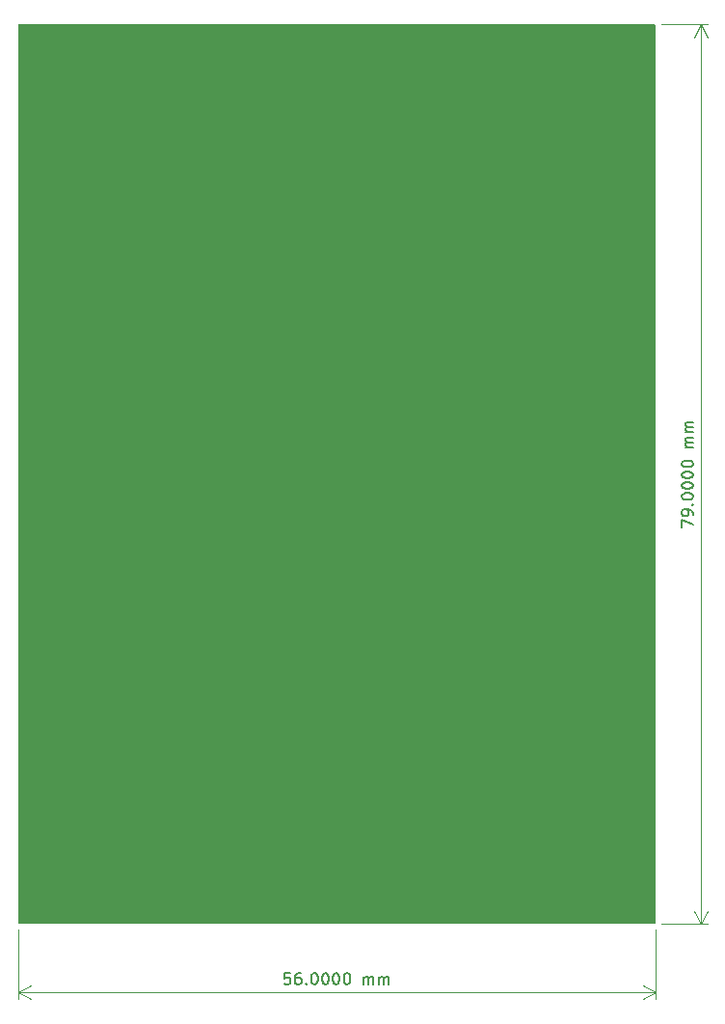
<source format=gbr>
%TF.GenerationSoftware,KiCad,Pcbnew,7.0.5*%
%TF.CreationDate,2023-12-19T17:12:36-05:00*%
%TF.ProjectId,biphasic_revision_b,62697068-6173-4696-935f-726576697369,rev?*%
%TF.SameCoordinates,Original*%
%TF.FileFunction,Profile,NP*%
%FSLAX46Y46*%
G04 Gerber Fmt 4.6, Leading zero omitted, Abs format (unit mm)*
G04 Created by KiCad (PCBNEW 7.0.5) date 2023-12-19 17:12:36*
%MOMM*%
%LPD*%
G01*
G04 APERTURE LIST*
%ADD10C,0.150000*%
%TA.AperFunction,Profile*%
%ADD11C,0.100000*%
%TD*%
G04 APERTURE END LIST*
D10*
X157904762Y-121304819D02*
X157428572Y-121304819D01*
X157428572Y-121304819D02*
X157380953Y-121781009D01*
X157380953Y-121781009D02*
X157428572Y-121733390D01*
X157428572Y-121733390D02*
X157523810Y-121685771D01*
X157523810Y-121685771D02*
X157761905Y-121685771D01*
X157761905Y-121685771D02*
X157857143Y-121733390D01*
X157857143Y-121733390D02*
X157904762Y-121781009D01*
X157904762Y-121781009D02*
X157952381Y-121876247D01*
X157952381Y-121876247D02*
X157952381Y-122114342D01*
X157952381Y-122114342D02*
X157904762Y-122209580D01*
X157904762Y-122209580D02*
X157857143Y-122257200D01*
X157857143Y-122257200D02*
X157761905Y-122304819D01*
X157761905Y-122304819D02*
X157523810Y-122304819D01*
X157523810Y-122304819D02*
X157428572Y-122257200D01*
X157428572Y-122257200D02*
X157380953Y-122209580D01*
X158809524Y-121304819D02*
X158619048Y-121304819D01*
X158619048Y-121304819D02*
X158523810Y-121352438D01*
X158523810Y-121352438D02*
X158476191Y-121400057D01*
X158476191Y-121400057D02*
X158380953Y-121542914D01*
X158380953Y-121542914D02*
X158333334Y-121733390D01*
X158333334Y-121733390D02*
X158333334Y-122114342D01*
X158333334Y-122114342D02*
X158380953Y-122209580D01*
X158380953Y-122209580D02*
X158428572Y-122257200D01*
X158428572Y-122257200D02*
X158523810Y-122304819D01*
X158523810Y-122304819D02*
X158714286Y-122304819D01*
X158714286Y-122304819D02*
X158809524Y-122257200D01*
X158809524Y-122257200D02*
X158857143Y-122209580D01*
X158857143Y-122209580D02*
X158904762Y-122114342D01*
X158904762Y-122114342D02*
X158904762Y-121876247D01*
X158904762Y-121876247D02*
X158857143Y-121781009D01*
X158857143Y-121781009D02*
X158809524Y-121733390D01*
X158809524Y-121733390D02*
X158714286Y-121685771D01*
X158714286Y-121685771D02*
X158523810Y-121685771D01*
X158523810Y-121685771D02*
X158428572Y-121733390D01*
X158428572Y-121733390D02*
X158380953Y-121781009D01*
X158380953Y-121781009D02*
X158333334Y-121876247D01*
X159333334Y-122209580D02*
X159380953Y-122257200D01*
X159380953Y-122257200D02*
X159333334Y-122304819D01*
X159333334Y-122304819D02*
X159285715Y-122257200D01*
X159285715Y-122257200D02*
X159333334Y-122209580D01*
X159333334Y-122209580D02*
X159333334Y-122304819D01*
X160000000Y-121304819D02*
X160095238Y-121304819D01*
X160095238Y-121304819D02*
X160190476Y-121352438D01*
X160190476Y-121352438D02*
X160238095Y-121400057D01*
X160238095Y-121400057D02*
X160285714Y-121495295D01*
X160285714Y-121495295D02*
X160333333Y-121685771D01*
X160333333Y-121685771D02*
X160333333Y-121923866D01*
X160333333Y-121923866D02*
X160285714Y-122114342D01*
X160285714Y-122114342D02*
X160238095Y-122209580D01*
X160238095Y-122209580D02*
X160190476Y-122257200D01*
X160190476Y-122257200D02*
X160095238Y-122304819D01*
X160095238Y-122304819D02*
X160000000Y-122304819D01*
X160000000Y-122304819D02*
X159904762Y-122257200D01*
X159904762Y-122257200D02*
X159857143Y-122209580D01*
X159857143Y-122209580D02*
X159809524Y-122114342D01*
X159809524Y-122114342D02*
X159761905Y-121923866D01*
X159761905Y-121923866D02*
X159761905Y-121685771D01*
X159761905Y-121685771D02*
X159809524Y-121495295D01*
X159809524Y-121495295D02*
X159857143Y-121400057D01*
X159857143Y-121400057D02*
X159904762Y-121352438D01*
X159904762Y-121352438D02*
X160000000Y-121304819D01*
X160952381Y-121304819D02*
X161047619Y-121304819D01*
X161047619Y-121304819D02*
X161142857Y-121352438D01*
X161142857Y-121352438D02*
X161190476Y-121400057D01*
X161190476Y-121400057D02*
X161238095Y-121495295D01*
X161238095Y-121495295D02*
X161285714Y-121685771D01*
X161285714Y-121685771D02*
X161285714Y-121923866D01*
X161285714Y-121923866D02*
X161238095Y-122114342D01*
X161238095Y-122114342D02*
X161190476Y-122209580D01*
X161190476Y-122209580D02*
X161142857Y-122257200D01*
X161142857Y-122257200D02*
X161047619Y-122304819D01*
X161047619Y-122304819D02*
X160952381Y-122304819D01*
X160952381Y-122304819D02*
X160857143Y-122257200D01*
X160857143Y-122257200D02*
X160809524Y-122209580D01*
X160809524Y-122209580D02*
X160761905Y-122114342D01*
X160761905Y-122114342D02*
X160714286Y-121923866D01*
X160714286Y-121923866D02*
X160714286Y-121685771D01*
X160714286Y-121685771D02*
X160761905Y-121495295D01*
X160761905Y-121495295D02*
X160809524Y-121400057D01*
X160809524Y-121400057D02*
X160857143Y-121352438D01*
X160857143Y-121352438D02*
X160952381Y-121304819D01*
X161904762Y-121304819D02*
X162000000Y-121304819D01*
X162000000Y-121304819D02*
X162095238Y-121352438D01*
X162095238Y-121352438D02*
X162142857Y-121400057D01*
X162142857Y-121400057D02*
X162190476Y-121495295D01*
X162190476Y-121495295D02*
X162238095Y-121685771D01*
X162238095Y-121685771D02*
X162238095Y-121923866D01*
X162238095Y-121923866D02*
X162190476Y-122114342D01*
X162190476Y-122114342D02*
X162142857Y-122209580D01*
X162142857Y-122209580D02*
X162095238Y-122257200D01*
X162095238Y-122257200D02*
X162000000Y-122304819D01*
X162000000Y-122304819D02*
X161904762Y-122304819D01*
X161904762Y-122304819D02*
X161809524Y-122257200D01*
X161809524Y-122257200D02*
X161761905Y-122209580D01*
X161761905Y-122209580D02*
X161714286Y-122114342D01*
X161714286Y-122114342D02*
X161666667Y-121923866D01*
X161666667Y-121923866D02*
X161666667Y-121685771D01*
X161666667Y-121685771D02*
X161714286Y-121495295D01*
X161714286Y-121495295D02*
X161761905Y-121400057D01*
X161761905Y-121400057D02*
X161809524Y-121352438D01*
X161809524Y-121352438D02*
X161904762Y-121304819D01*
X162857143Y-121304819D02*
X162952381Y-121304819D01*
X162952381Y-121304819D02*
X163047619Y-121352438D01*
X163047619Y-121352438D02*
X163095238Y-121400057D01*
X163095238Y-121400057D02*
X163142857Y-121495295D01*
X163142857Y-121495295D02*
X163190476Y-121685771D01*
X163190476Y-121685771D02*
X163190476Y-121923866D01*
X163190476Y-121923866D02*
X163142857Y-122114342D01*
X163142857Y-122114342D02*
X163095238Y-122209580D01*
X163095238Y-122209580D02*
X163047619Y-122257200D01*
X163047619Y-122257200D02*
X162952381Y-122304819D01*
X162952381Y-122304819D02*
X162857143Y-122304819D01*
X162857143Y-122304819D02*
X162761905Y-122257200D01*
X162761905Y-122257200D02*
X162714286Y-122209580D01*
X162714286Y-122209580D02*
X162666667Y-122114342D01*
X162666667Y-122114342D02*
X162619048Y-121923866D01*
X162619048Y-121923866D02*
X162619048Y-121685771D01*
X162619048Y-121685771D02*
X162666667Y-121495295D01*
X162666667Y-121495295D02*
X162714286Y-121400057D01*
X162714286Y-121400057D02*
X162761905Y-121352438D01*
X162761905Y-121352438D02*
X162857143Y-121304819D01*
X164380953Y-122304819D02*
X164380953Y-121638152D01*
X164380953Y-121733390D02*
X164428572Y-121685771D01*
X164428572Y-121685771D02*
X164523810Y-121638152D01*
X164523810Y-121638152D02*
X164666667Y-121638152D01*
X164666667Y-121638152D02*
X164761905Y-121685771D01*
X164761905Y-121685771D02*
X164809524Y-121781009D01*
X164809524Y-121781009D02*
X164809524Y-122304819D01*
X164809524Y-121781009D02*
X164857143Y-121685771D01*
X164857143Y-121685771D02*
X164952381Y-121638152D01*
X164952381Y-121638152D02*
X165095238Y-121638152D01*
X165095238Y-121638152D02*
X165190477Y-121685771D01*
X165190477Y-121685771D02*
X165238096Y-121781009D01*
X165238096Y-121781009D02*
X165238096Y-122304819D01*
X165714286Y-122304819D02*
X165714286Y-121638152D01*
X165714286Y-121733390D02*
X165761905Y-121685771D01*
X165761905Y-121685771D02*
X165857143Y-121638152D01*
X165857143Y-121638152D02*
X166000000Y-121638152D01*
X166000000Y-121638152D02*
X166095238Y-121685771D01*
X166095238Y-121685771D02*
X166142857Y-121781009D01*
X166142857Y-121781009D02*
X166142857Y-122304819D01*
X166142857Y-121781009D02*
X166190476Y-121685771D01*
X166190476Y-121685771D02*
X166285714Y-121638152D01*
X166285714Y-121638152D02*
X166428571Y-121638152D01*
X166428571Y-121638152D02*
X166523810Y-121685771D01*
X166523810Y-121685771D02*
X166571429Y-121781009D01*
X166571429Y-121781009D02*
X166571429Y-122304819D01*
D11*
X134000000Y-117500000D02*
X134000000Y-123586420D01*
X190000000Y-117500000D02*
X190000000Y-123586420D01*
X134000000Y-123000000D02*
X190000000Y-123000000D01*
X134000000Y-123000000D02*
X190000000Y-123000000D01*
X134000000Y-123000000D02*
X135126504Y-122413579D01*
X134000000Y-123000000D02*
X135126504Y-123586421D01*
X190000000Y-123000000D02*
X188873496Y-123586421D01*
X190000000Y-123000000D02*
X188873496Y-122413579D01*
D10*
X192304819Y-82166665D02*
X192304819Y-81499999D01*
X192304819Y-81499999D02*
X193304819Y-81928570D01*
X193304819Y-81071427D02*
X193304819Y-80880951D01*
X193304819Y-80880951D02*
X193257200Y-80785713D01*
X193257200Y-80785713D02*
X193209580Y-80738094D01*
X193209580Y-80738094D02*
X193066723Y-80642856D01*
X193066723Y-80642856D02*
X192876247Y-80595237D01*
X192876247Y-80595237D02*
X192495295Y-80595237D01*
X192495295Y-80595237D02*
X192400057Y-80642856D01*
X192400057Y-80642856D02*
X192352438Y-80690475D01*
X192352438Y-80690475D02*
X192304819Y-80785713D01*
X192304819Y-80785713D02*
X192304819Y-80976189D01*
X192304819Y-80976189D02*
X192352438Y-81071427D01*
X192352438Y-81071427D02*
X192400057Y-81119046D01*
X192400057Y-81119046D02*
X192495295Y-81166665D01*
X192495295Y-81166665D02*
X192733390Y-81166665D01*
X192733390Y-81166665D02*
X192828628Y-81119046D01*
X192828628Y-81119046D02*
X192876247Y-81071427D01*
X192876247Y-81071427D02*
X192923866Y-80976189D01*
X192923866Y-80976189D02*
X192923866Y-80785713D01*
X192923866Y-80785713D02*
X192876247Y-80690475D01*
X192876247Y-80690475D02*
X192828628Y-80642856D01*
X192828628Y-80642856D02*
X192733390Y-80595237D01*
X193209580Y-80166665D02*
X193257200Y-80119046D01*
X193257200Y-80119046D02*
X193304819Y-80166665D01*
X193304819Y-80166665D02*
X193257200Y-80214284D01*
X193257200Y-80214284D02*
X193209580Y-80166665D01*
X193209580Y-80166665D02*
X193304819Y-80166665D01*
X192304819Y-79499999D02*
X192304819Y-79404761D01*
X192304819Y-79404761D02*
X192352438Y-79309523D01*
X192352438Y-79309523D02*
X192400057Y-79261904D01*
X192400057Y-79261904D02*
X192495295Y-79214285D01*
X192495295Y-79214285D02*
X192685771Y-79166666D01*
X192685771Y-79166666D02*
X192923866Y-79166666D01*
X192923866Y-79166666D02*
X193114342Y-79214285D01*
X193114342Y-79214285D02*
X193209580Y-79261904D01*
X193209580Y-79261904D02*
X193257200Y-79309523D01*
X193257200Y-79309523D02*
X193304819Y-79404761D01*
X193304819Y-79404761D02*
X193304819Y-79499999D01*
X193304819Y-79499999D02*
X193257200Y-79595237D01*
X193257200Y-79595237D02*
X193209580Y-79642856D01*
X193209580Y-79642856D02*
X193114342Y-79690475D01*
X193114342Y-79690475D02*
X192923866Y-79738094D01*
X192923866Y-79738094D02*
X192685771Y-79738094D01*
X192685771Y-79738094D02*
X192495295Y-79690475D01*
X192495295Y-79690475D02*
X192400057Y-79642856D01*
X192400057Y-79642856D02*
X192352438Y-79595237D01*
X192352438Y-79595237D02*
X192304819Y-79499999D01*
X192304819Y-78547618D02*
X192304819Y-78452380D01*
X192304819Y-78452380D02*
X192352438Y-78357142D01*
X192352438Y-78357142D02*
X192400057Y-78309523D01*
X192400057Y-78309523D02*
X192495295Y-78261904D01*
X192495295Y-78261904D02*
X192685771Y-78214285D01*
X192685771Y-78214285D02*
X192923866Y-78214285D01*
X192923866Y-78214285D02*
X193114342Y-78261904D01*
X193114342Y-78261904D02*
X193209580Y-78309523D01*
X193209580Y-78309523D02*
X193257200Y-78357142D01*
X193257200Y-78357142D02*
X193304819Y-78452380D01*
X193304819Y-78452380D02*
X193304819Y-78547618D01*
X193304819Y-78547618D02*
X193257200Y-78642856D01*
X193257200Y-78642856D02*
X193209580Y-78690475D01*
X193209580Y-78690475D02*
X193114342Y-78738094D01*
X193114342Y-78738094D02*
X192923866Y-78785713D01*
X192923866Y-78785713D02*
X192685771Y-78785713D01*
X192685771Y-78785713D02*
X192495295Y-78738094D01*
X192495295Y-78738094D02*
X192400057Y-78690475D01*
X192400057Y-78690475D02*
X192352438Y-78642856D01*
X192352438Y-78642856D02*
X192304819Y-78547618D01*
X192304819Y-77595237D02*
X192304819Y-77499999D01*
X192304819Y-77499999D02*
X192352438Y-77404761D01*
X192352438Y-77404761D02*
X192400057Y-77357142D01*
X192400057Y-77357142D02*
X192495295Y-77309523D01*
X192495295Y-77309523D02*
X192685771Y-77261904D01*
X192685771Y-77261904D02*
X192923866Y-77261904D01*
X192923866Y-77261904D02*
X193114342Y-77309523D01*
X193114342Y-77309523D02*
X193209580Y-77357142D01*
X193209580Y-77357142D02*
X193257200Y-77404761D01*
X193257200Y-77404761D02*
X193304819Y-77499999D01*
X193304819Y-77499999D02*
X193304819Y-77595237D01*
X193304819Y-77595237D02*
X193257200Y-77690475D01*
X193257200Y-77690475D02*
X193209580Y-77738094D01*
X193209580Y-77738094D02*
X193114342Y-77785713D01*
X193114342Y-77785713D02*
X192923866Y-77833332D01*
X192923866Y-77833332D02*
X192685771Y-77833332D01*
X192685771Y-77833332D02*
X192495295Y-77785713D01*
X192495295Y-77785713D02*
X192400057Y-77738094D01*
X192400057Y-77738094D02*
X192352438Y-77690475D01*
X192352438Y-77690475D02*
X192304819Y-77595237D01*
X192304819Y-76642856D02*
X192304819Y-76547618D01*
X192304819Y-76547618D02*
X192352438Y-76452380D01*
X192352438Y-76452380D02*
X192400057Y-76404761D01*
X192400057Y-76404761D02*
X192495295Y-76357142D01*
X192495295Y-76357142D02*
X192685771Y-76309523D01*
X192685771Y-76309523D02*
X192923866Y-76309523D01*
X192923866Y-76309523D02*
X193114342Y-76357142D01*
X193114342Y-76357142D02*
X193209580Y-76404761D01*
X193209580Y-76404761D02*
X193257200Y-76452380D01*
X193257200Y-76452380D02*
X193304819Y-76547618D01*
X193304819Y-76547618D02*
X193304819Y-76642856D01*
X193304819Y-76642856D02*
X193257200Y-76738094D01*
X193257200Y-76738094D02*
X193209580Y-76785713D01*
X193209580Y-76785713D02*
X193114342Y-76833332D01*
X193114342Y-76833332D02*
X192923866Y-76880951D01*
X192923866Y-76880951D02*
X192685771Y-76880951D01*
X192685771Y-76880951D02*
X192495295Y-76833332D01*
X192495295Y-76833332D02*
X192400057Y-76785713D01*
X192400057Y-76785713D02*
X192352438Y-76738094D01*
X192352438Y-76738094D02*
X192304819Y-76642856D01*
X193304819Y-75119046D02*
X192638152Y-75119046D01*
X192733390Y-75119046D02*
X192685771Y-75071427D01*
X192685771Y-75071427D02*
X192638152Y-74976189D01*
X192638152Y-74976189D02*
X192638152Y-74833332D01*
X192638152Y-74833332D02*
X192685771Y-74738094D01*
X192685771Y-74738094D02*
X192781009Y-74690475D01*
X192781009Y-74690475D02*
X193304819Y-74690475D01*
X192781009Y-74690475D02*
X192685771Y-74642856D01*
X192685771Y-74642856D02*
X192638152Y-74547618D01*
X192638152Y-74547618D02*
X192638152Y-74404761D01*
X192638152Y-74404761D02*
X192685771Y-74309522D01*
X192685771Y-74309522D02*
X192781009Y-74261903D01*
X192781009Y-74261903D02*
X193304819Y-74261903D01*
X193304819Y-73785713D02*
X192638152Y-73785713D01*
X192733390Y-73785713D02*
X192685771Y-73738094D01*
X192685771Y-73738094D02*
X192638152Y-73642856D01*
X192638152Y-73642856D02*
X192638152Y-73499999D01*
X192638152Y-73499999D02*
X192685771Y-73404761D01*
X192685771Y-73404761D02*
X192781009Y-73357142D01*
X192781009Y-73357142D02*
X193304819Y-73357142D01*
X192781009Y-73357142D02*
X192685771Y-73309523D01*
X192685771Y-73309523D02*
X192638152Y-73214285D01*
X192638152Y-73214285D02*
X192638152Y-73071428D01*
X192638152Y-73071428D02*
X192685771Y-72976189D01*
X192685771Y-72976189D02*
X192781009Y-72928570D01*
X192781009Y-72928570D02*
X193304819Y-72928570D01*
D11*
X190500000Y-38000000D02*
X194586420Y-38000000D01*
X190500000Y-117000000D02*
X194586420Y-117000000D01*
X194000000Y-38000000D02*
X194000000Y-117000000D01*
X194000000Y-38000000D02*
X194000000Y-117000000D01*
X194000000Y-38000000D02*
X194586421Y-39126504D01*
X194000000Y-38000000D02*
X193413579Y-39126504D01*
X194000000Y-117000000D02*
X193413579Y-115873496D01*
X194000000Y-117000000D02*
X194586421Y-115873496D01*
G36*
X189943039Y-38019685D02*
G01*
X189988794Y-38072489D01*
X190000000Y-38124000D01*
X190000000Y-116876000D01*
X189980315Y-116943039D01*
X189927511Y-116988794D01*
X189876000Y-117000000D01*
X134124000Y-117000000D01*
X134056961Y-116980315D01*
X134011206Y-116927511D01*
X134000000Y-116876000D01*
X134000000Y-38124000D01*
X134019685Y-38056961D01*
X134072489Y-38011206D01*
X134124000Y-38000000D01*
X189876000Y-38000000D01*
X189943039Y-38019685D01*
G37*
M02*

</source>
